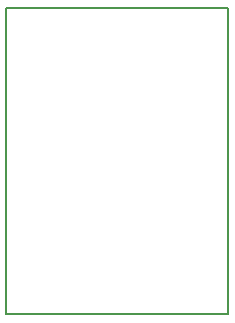
<source format=gbr>
G04 (created by PCBNEW (2014-01-10 BZR 4027)-stable) date sab 21 mar 2015 15:48:28 CET*
%MOIN*%
G04 Gerber Fmt 3.4, Leading zero omitted, Abs format*
%FSLAX34Y34*%
G01*
G70*
G90*
G04 APERTURE LIST*
%ADD10C,0.00590551*%
G04 APERTURE END LIST*
G54D10*
X53400Y-28800D02*
X53400Y-18600D01*
X60800Y-28800D02*
X53400Y-28800D01*
X60800Y-18600D02*
X60800Y-28800D01*
X53400Y-18600D02*
X60800Y-18600D01*
M02*

</source>
